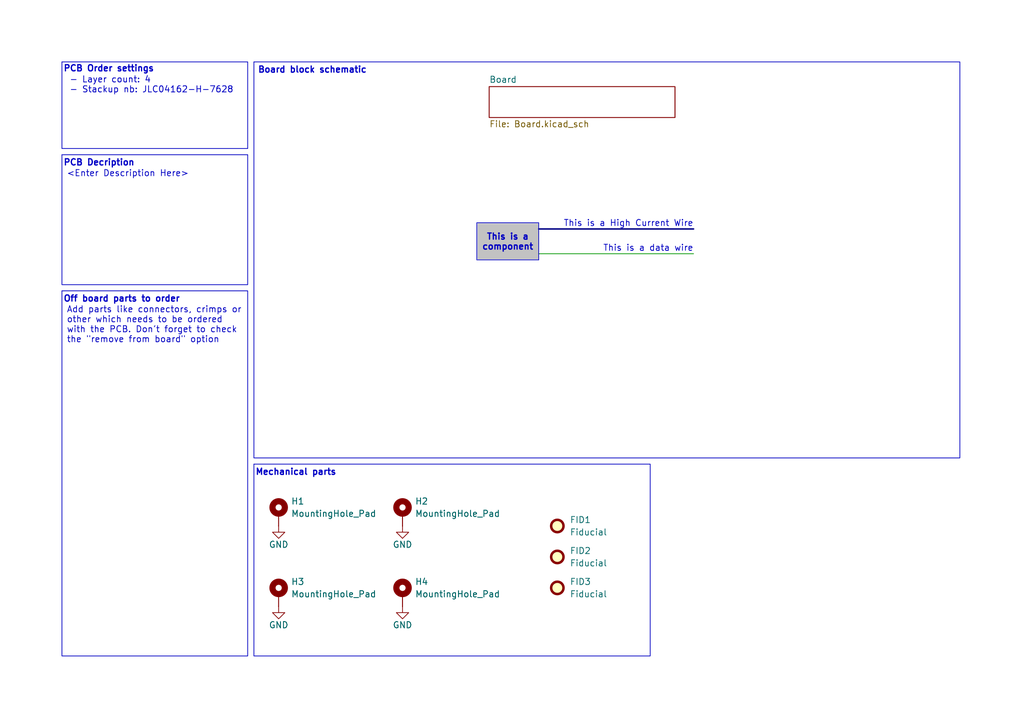
<source format=kicad_sch>
(kicad_sch (version 20250114) (generator "eeschema") (generator_version "9.0")
  (paper "A5")
  (title_block (title "${PROJECTNAME}") (date "2025-02-08") (rev "${REVISION}") (company "${GROUP_NAME}") (comment 1 "${AUTHOR}"))
  (lib_symbols
    (symbol "Mechanical:Fiducial" (exclude_from_sim yes) (in_bom no)
      (property "Reference" "FID" (at 0 5.08 0))
      (property "Value" "Fiducial" (at 0 3.175 0))
      (symbol "Fiducial_0_1"
        (circle (center 0 0) (radius 1.27) (stroke (width 0.508)) (fill (type background)))
      )
    )
    (symbol "RoverLibrary:MountingHole_Pad" (pin_numbers (hide yes)) (pin_names (offset 1.016) (hide yes)) (exclude_from_sim yes) (in_bom no)
      (property "Reference" "H" (at 0 6.35 0))
      (property "Value" "MountingHole_Pad" (at 0 4.445 0))
      (symbol "MountingHole_Pad_0_1"
        (circle (center 0 1.27) (radius 1.27) (stroke (width 1.27)))
      )
      (symbol "MountingHole_Pad_1_1"
        (pin input line (at 0 -2.54 90) (length 2.54) (name "1") (number "1"))
      )
    )
    (symbol "power:GND" (power) (pin_numbers (hide yes)) (pin_names (offset 0) (hide yes))
      (property "Value" "GND" (at 0 -3.81 0))
      (symbol "GND_0_1"
        (polyline (pts (xy 0 0) (xy 0 -1.27) (xy 1.27 -1.27) (xy 0 -2.54) (xy -1.27 -1.27) (xy 0 -1.27)))
      )
      (symbol "GND_1_1"
        (pin power_in line (at 0 0 270) (length 0) (name "~") (number "1"))
      )
    )
  )
  (rectangle (start 52.07 12.7) (end 196.85 93.98))
  (rectangle (start 12.7 12.7) (end 50.8 30.48))
  (rectangle (start 52.07 95.25) (end 133.35 134.62))
  (text "Off board parts to order" (at 12.954 61.468 0) (effects (font (size 1.27 1.27) (thickness 0.254) (bold yes)) (justify left)))
  (text "Mechanical parts" (at 52.324 97.028 0) (effects (font (size 1.27 1.27) (thickness 0.254) (bold yes)) (justify left)))
  (text "- Layer count: 4\n- Stackup nb: JLC04162-H-7628\n" (at 14.224 15.748 0) (effects (font (size 1.27 1.27) (thickness 0.1588)) (justify left top)))
  (text "This is a data wire" (at 142.24 51.054 0) (effects (font (size 1.27 1.27)) (justify right)))
  (text "PCB Decription" (at 12.954 33.528 0) (effects (font (size 1.27 1.27) (thickness 0.254) (bold yes)) (justify left)))
  (text "Board block schematic" (at 52.832 14.478 0) (effects (font (size 1.27 1.27) (thickness 0.254) (bold yes)) (justify left)))
  (text "This is a High Current Wire" (at 142.24 45.974 0) (effects (font (size 1.27 1.27)) (justify right)))
  (text "PCB Order settings" (at 12.954 14.224 0) (effects (font (size 1.27 1.27) (thickness 0.254) (bold yes)) (justify left)))
  (text_box "\n<Enter Description Here>\n" (at 12.7 31.75 0) (size 38.1 26.67) (margins 0.9525 0.9525 0.9525 0.9525) (effects (font (size 1.27 1.27)) (justify left top)))
  (text_box "\nAdd parts like connectors, crimps or other which needs to be ordered with the PCB. Don't forget to check the \"remove from board\" option\n" (at 12.7 59.69 0) (size 38.1 74.93) (margins 0.9525 0.9525 0.9525 0.9525) (effects (font (size 1.27 1.27)) (justify left top)))
  (text_box "This is a component" (exclude_from_sim yes) (at 97.79 45.72 0) (size 12.7 7.62) (margins 0.9525 0.9525 0.9525 0.9525) (fill (type color) (color 194 194 194 1)) (effects (font (size 1.27 1.27) (thickness 0.254) (bold yes))))
  (bus (pts (xy 110.49 46.99) (xy 142.24 46.99)))
  (wire (pts (xy 110.49 52.07) (xy 142.24 52.07)))
  (symbol (lib_id "RoverLibrary:MountingHole_Pad") (at 57.15 121.92 0) (unit 1) (exclude_from_sim yes) (in_bom no)
    (property "Reference" "H3" (at 59.69 119.3799 0) (effects (justify left)))
    (property "Value" "MountingHole_Pad" (at 59.69 121.9199 0) (effects (justify left)))
    (property "Footprint" "MountingHole:MountingHole_3.2mm_M3_DIN965_Pad_TopBottom" (effects (hide yes)))
    (property "Description" "Mounting Hole with connection" (effects (hide yes)))
  )
  (symbol (lib_id "RoverLibrary:MountingHole_Pad") (at 57.15 105.41 0) (unit 1) (exclude_from_sim yes) (in_bom no)
    (property "Reference" "H1" (at 59.69 102.8699 0) (effects (justify left)))
    (property "Value" "MountingHole_Pad" (at 59.69 105.4099 0) (effects (justify left)))
    (property "Footprint" "MountingHole:MountingHole_3.2mm_M3_DIN965_Pad_TopBottom" (effects (hide yes)))
    (property "Description" "Mounting Hole with connection" (effects (hide yes)))
  )
  (symbol (lib_id "power:GND") (at 82.55 124.46 0) (unit 1)
    (property "Reference" "#PWR04" (effects (hide yes)))
    (property "Value" "GND" (at 82.55 128.27 0))
    (property "Description" "Power symbol creates a global label with name \"GND\" , ground" (effects (hide yes)))
  )
  (symbol (lib_id "RoverLibrary:MountingHole_Pad") (at 82.55 105.41 0) (unit 1) (exclude_from_sim yes) (in_bom no)
    (property "Reference" "H2" (at 85.09 102.8699 0) (effects (justify left)))
    (property "Value" "MountingHole_Pad" (at 85.09 105.4099 0) (effects (justify left)))
    (property "Footprint" "MountingHole:MountingHole_3.2mm_M3_DIN965_Pad_TopBottom" (effects (hide yes)))
    (property "Description" "Mounting Hole with connection" (effects (hide yes)))
  )
  (symbol (lib_id "power:GND") (at 57.15 107.95 0) (unit 1)
    (property "Reference" "#PWR01" (effects (hide yes)))
    (property "Value" "GND" (at 57.15 111.76 0))
    (property "Description" "Power symbol creates a global label with name \"GND\" , ground" (effects (hide yes)))
  )
  (symbol (lib_id "RoverLibrary:MountingHole_Pad") (at 82.55 121.92 0) (unit 1) (exclude_from_sim yes) (in_bom no)
    (property "Reference" "H4" (at 85.09 119.3799 0) (effects (justify left)))
    (property "Value" "MountingHole_Pad" (at 85.09 121.9199 0) (effects (justify left)))
    (property "Footprint" "MountingHole:MountingHole_3.2mm_M3_DIN965_Pad_TopBottom" (effects (hide yes)))
    (property "Description" "Mounting Hole with connection" (effects (hide yes)))
  )
  (symbol (lib_id "power:GND") (at 82.55 107.95 0) (unit 1)
    (property "Reference" "#PWR02" (effects (hide yes)))
    (property "Value" "GND" (at 82.55 111.76 0))
    (property "Description" "Power symbol creates a global label with name \"GND\" , ground" (effects (hide yes)))
  )
  (symbol (lib_id "Mechanical:Fiducial") (at 114.3 120.65 0) (unit 1) (exclude_from_sim yes) (in_bom no)
    (property "Reference" "FID3" (at 116.84 119.3799 0) (effects (justify left)))
    (property "Value" "Fiducial" (at 116.84 121.9199 0) (effects (justify left)))
    (property "Description" "Fiducial Marker" (effects (hide yes)))
  )
  (symbol (lib_id "Mechanical:Fiducial") (at 114.3 107.95 0) (unit 1) (exclude_from_sim yes) (in_bom no)
    (property "Reference" "FID1" (at 116.84 106.6799 0) (effects (justify left)))
    (property "Value" "Fiducial" (at 116.84 109.2199 0) (effects (justify left)))
    (property "Description" "Fiducial Marker" (effects (hide yes)))
  )
  (symbol (lib_id "power:GND") (at 57.15 124.46 0) (unit 1)
    (property "Reference" "#PWR03" (effects (hide yes)))
    (property "Value" "GND" (at 57.15 128.27 0))
    (property "Description" "Power symbol creates a global label with name \"GND\" , ground" (effects (hide yes)))
  )
  (symbol (lib_id "Mechanical:Fiducial") (at 114.3 114.3 0) (unit 1) (exclude_from_sim yes) (in_bom no)
    (property "Reference" "FID2" (at 116.84 113.0299 0) (effects (justify left)))
    (property "Value" "Fiducial" (at 116.84 115.5699 0) (effects (justify left)))
    (property "Description" "Fiducial Marker" (effects (hide yes)))
  )
  (sheet (at 100.33 17.78) (size 38.1 6.35) (stroke (width 0.1524))
    (property "Sheetname" "Board" (at 100.33 17.0684 0) (effects (justify left bottom)))
    (property "Sheetfile" "Board.kicad_sch" (at 100.33 24.7146 0) (effects (justify left top)))
  )
)
</source>
